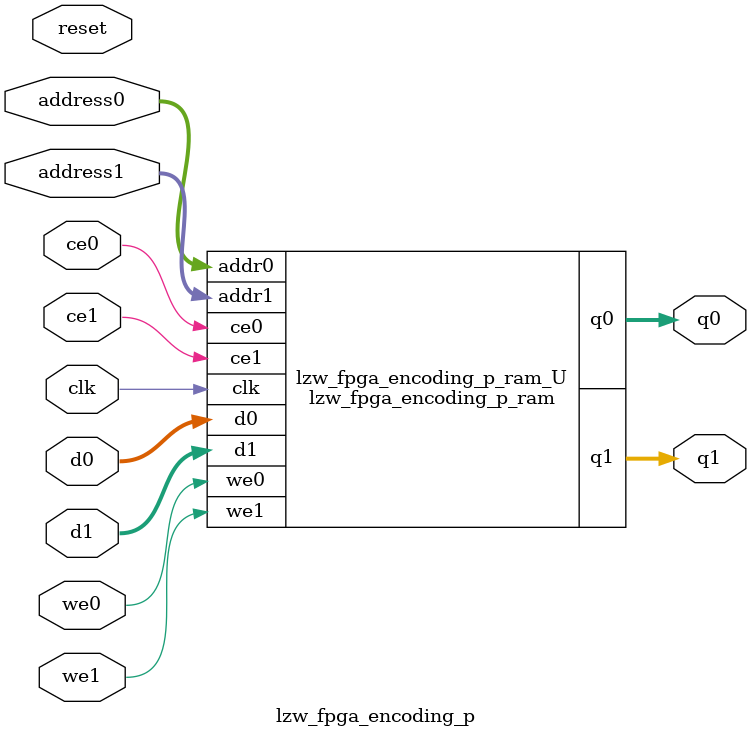
<source format=v>
`timescale 1 ns / 1 ps
module lzw_fpga_encoding_p_ram (addr0, ce0, d0, we0, q0, addr1, ce1, d1, we1, q1,  clk);

parameter DWIDTH = 8;
parameter AWIDTH = 8;
parameter MEM_SIZE = 256;

input[AWIDTH-1:0] addr0;
input ce0;
input[DWIDTH-1:0] d0;
input we0;
output reg[DWIDTH-1:0] q0;
input[AWIDTH-1:0] addr1;
input ce1;
input[DWIDTH-1:0] d1;
input we1;
output reg[DWIDTH-1:0] q1;
input clk;

reg [DWIDTH-1:0] ram[0:MEM_SIZE-1];




always @(posedge clk)  
begin 
    if (ce0) begin
        if (we0) 
            ram[addr0] <= d0; 
        q0 <= ram[addr0];
    end
end


always @(posedge clk)  
begin 
    if (ce1) begin
        if (we1) 
            ram[addr1] <= d1; 
        q1 <= ram[addr1];
    end
end


endmodule

`timescale 1 ns / 1 ps
module lzw_fpga_encoding_p(
    reset,
    clk,
    address0,
    ce0,
    we0,
    d0,
    q0,
    address1,
    ce1,
    we1,
    d1,
    q1);

parameter DataWidth = 32'd8;
parameter AddressRange = 32'd256;
parameter AddressWidth = 32'd8;
input reset;
input clk;
input[AddressWidth - 1:0] address0;
input ce0;
input we0;
input[DataWidth - 1:0] d0;
output[DataWidth - 1:0] q0;
input[AddressWidth - 1:0] address1;
input ce1;
input we1;
input[DataWidth - 1:0] d1;
output[DataWidth - 1:0] q1;



lzw_fpga_encoding_p_ram lzw_fpga_encoding_p_ram_U(
    .clk( clk ),
    .addr0( address0 ),
    .ce0( ce0 ),
    .we0( we0 ),
    .d0( d0 ),
    .q0( q0 ),
    .addr1( address1 ),
    .ce1( ce1 ),
    .we1( we1 ),
    .d1( d1 ),
    .q1( q1 ));

endmodule


</source>
